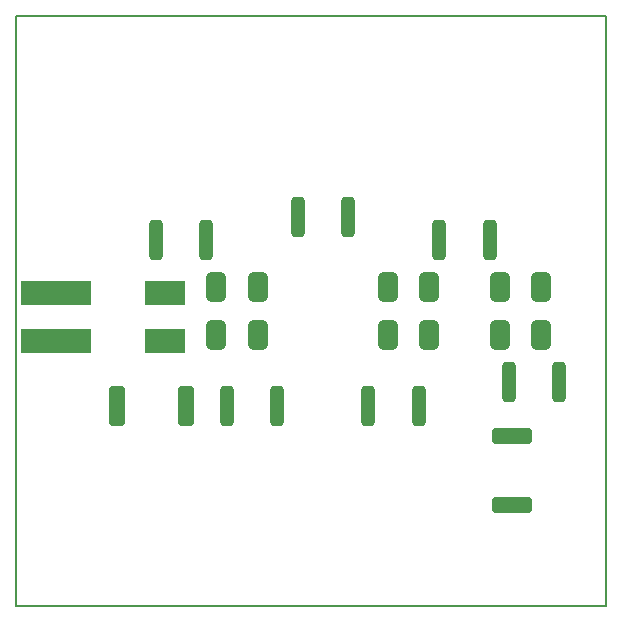
<source format=gbp>
G04 #@! TF.GenerationSoftware,KiCad,Pcbnew,6.0.0-d3dd2cf0fa~116~ubuntu20.04.1*
G04 #@! TF.CreationDate,2022-01-09T22:46:25+01:00*
G04 #@! TF.ProjectId,Statikplatte,53746174-696b-4706-9c61-7474652e6b69,rev?*
G04 #@! TF.SameCoordinates,Original*
G04 #@! TF.FileFunction,Paste,Bot*
G04 #@! TF.FilePolarity,Positive*
%FSLAX46Y46*%
G04 Gerber Fmt 4.6, Leading zero omitted, Abs format (unit mm)*
G04 Created by KiCad (PCBNEW 6.0.0-d3dd2cf0fa~116~ubuntu20.04.1) date 2022-01-09 22:46:25*
%MOMM*%
%LPD*%
G01*
G04 APERTURE LIST*
G04 Aperture macros list*
%AMRoundRect*
0 Rectangle with rounded corners*
0 $1 Rounding radius*
0 $2 $3 $4 $5 $6 $7 $8 $9 X,Y pos of 4 corners*
0 Add a 4 corners polygon primitive as box body*
4,1,4,$2,$3,$4,$5,$6,$7,$8,$9,$2,$3,0*
0 Add four circle primitives for the rounded corners*
1,1,$1+$1,$2,$3*
1,1,$1+$1,$4,$5*
1,1,$1+$1,$6,$7*
1,1,$1+$1,$8,$9*
0 Add four rect primitives between the rounded corners*
20,1,$1+$1,$2,$3,$4,$5,0*
20,1,$1+$1,$4,$5,$6,$7,0*
20,1,$1+$1,$6,$7,$8,$9,0*
20,1,$1+$1,$8,$9,$2,$3,0*%
G04 Aperture macros list end*
G04 #@! TA.AperFunction,Profile*
%ADD10C,0.150000*%
G04 #@! TD*
%ADD11RoundRect,0.250000X1.425000X-0.425000X1.425000X0.425000X-1.425000X0.425000X-1.425000X-0.425000X0*%
%ADD12RoundRect,0.250000X-0.425000X-1.425000X0.425000X-1.425000X0.425000X1.425000X-0.425000X1.425000X0*%
%ADD13R,3.500000X2.000000*%
%ADD14R,6.000000X2.000000*%
%ADD15RoundRect,0.250000X0.312500X1.450000X-0.312500X1.450000X-0.312500X-1.450000X0.312500X-1.450000X0*%
%ADD16RoundRect,0.425000X0.425000X-0.825000X0.425000X0.825000X-0.425000X0.825000X-0.425000X-0.825000X0*%
%ADD17RoundRect,0.425000X-0.425000X0.825000X-0.425000X-0.825000X0.425000X-0.825000X0.425000X0.825000X0*%
G04 APERTURE END LIST*
D10*
X125000000Y-75000000D02*
X175000000Y-75000000D01*
X175000000Y-75000000D02*
X175000000Y-125000000D01*
X125000000Y-125000000D02*
X175000000Y-125000000D01*
X125000000Y-75000000D02*
X125000000Y-125000000D01*
D11*
X167000000Y-110600000D03*
X167000000Y-116400000D03*
D12*
X139400000Y-108000000D03*
X133600000Y-108000000D03*
D13*
X137625000Y-98500000D03*
X137625000Y-102500000D03*
D14*
X128375000Y-98500000D03*
X128375000Y-102500000D03*
D15*
X142862500Y-108000000D03*
X147137500Y-108000000D03*
X148862500Y-92000000D03*
X153137500Y-92000000D03*
X154862500Y-108000000D03*
X159137500Y-108000000D03*
X160862500Y-94000000D03*
X165137500Y-94000000D03*
X166725000Y-106000000D03*
X171000000Y-106000000D03*
D16*
X145500000Y-98000000D03*
X145500000Y-102000000D03*
D17*
X156500000Y-102000000D03*
X156500000Y-98000000D03*
D16*
X160000000Y-98000000D03*
X160000000Y-102000000D03*
D17*
X166000000Y-102000000D03*
X166000000Y-98000000D03*
D16*
X169500000Y-98000000D03*
X169500000Y-102000000D03*
D15*
X136862500Y-94000000D03*
X141137500Y-94000000D03*
D17*
X142000000Y-102000000D03*
X142000000Y-98000000D03*
M02*

</source>
